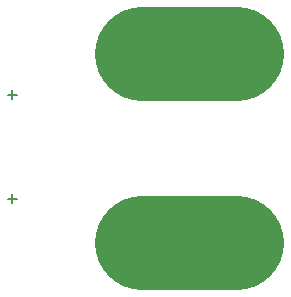
<source format=gbo>
G04 #@! TF.FileFunction,Legend,Bot*
%FSLAX46Y46*%
G04 Gerber Fmt 4.6, Leading zero omitted, Abs format (unit mm)*
G04 Created by KiCad (PCBNEW 4.0.4+e1-6308~48~ubuntu16.04.1-stable) date Tue Dec  6 20:41:16 2016*
%MOMM*%
%LPD*%
G01*
G04 APERTURE LIST*
%ADD10C,0.100000*%
%ADD11C,8.000000*%
%ADD12C,0.150000*%
G04 APERTURE END LIST*
D10*
D11*
X165301200Y-99568000D02*
X157301200Y-99568000D01*
X165301200Y-115568000D02*
X157301200Y-115568000D01*
D12*
X146682152Y-103039429D02*
X145920247Y-103039429D01*
X146301199Y-103420381D02*
X146301199Y-102658476D01*
X146682152Y-111839429D02*
X145920247Y-111839429D01*
X146301199Y-112220381D02*
X146301199Y-111458476D01*
M02*

</source>
